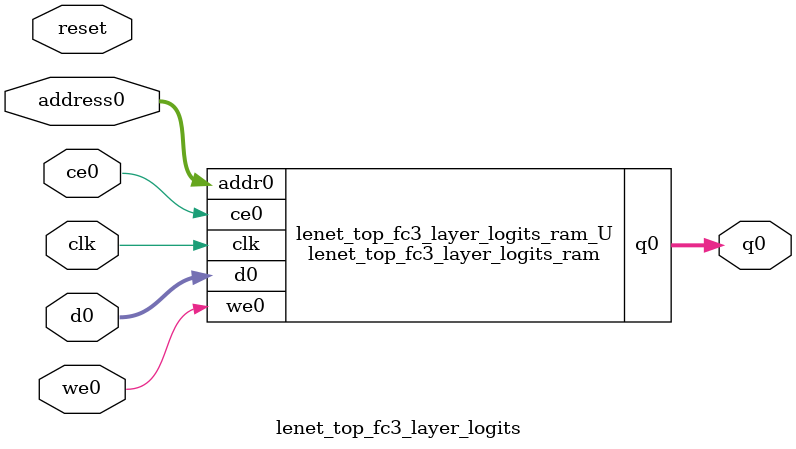
<source format=v>
`timescale 1 ns / 1 ps
module lenet_top_fc3_layer_logits_ram (addr0, ce0, d0, we0, q0,  clk);

parameter DWIDTH = 32;
parameter AWIDTH = 4;
parameter MEM_SIZE = 10;

input[AWIDTH-1:0] addr0;
input ce0;
input[DWIDTH-1:0] d0;
input we0;
output reg[DWIDTH-1:0] q0;
input clk;

(* ram_style = "distributed" *)reg [DWIDTH-1:0] ram[0:MEM_SIZE-1];




always @(posedge clk)  
begin 
    if (ce0) begin
        if (we0) 
            ram[addr0] <= d0; 
        q0 <= ram[addr0];
    end
end


endmodule

`timescale 1 ns / 1 ps
module lenet_top_fc3_layer_logits(
    reset,
    clk,
    address0,
    ce0,
    we0,
    d0,
    q0);

parameter DataWidth = 32'd32;
parameter AddressRange = 32'd10;
parameter AddressWidth = 32'd4;
input reset;
input clk;
input[AddressWidth - 1:0] address0;
input ce0;
input we0;
input[DataWidth - 1:0] d0;
output[DataWidth - 1:0] q0;



lenet_top_fc3_layer_logits_ram lenet_top_fc3_layer_logits_ram_U(
    .clk( clk ),
    .addr0( address0 ),
    .ce0( ce0 ),
    .we0( we0 ),
    .d0( d0 ),
    .q0( q0 ));

endmodule


</source>
